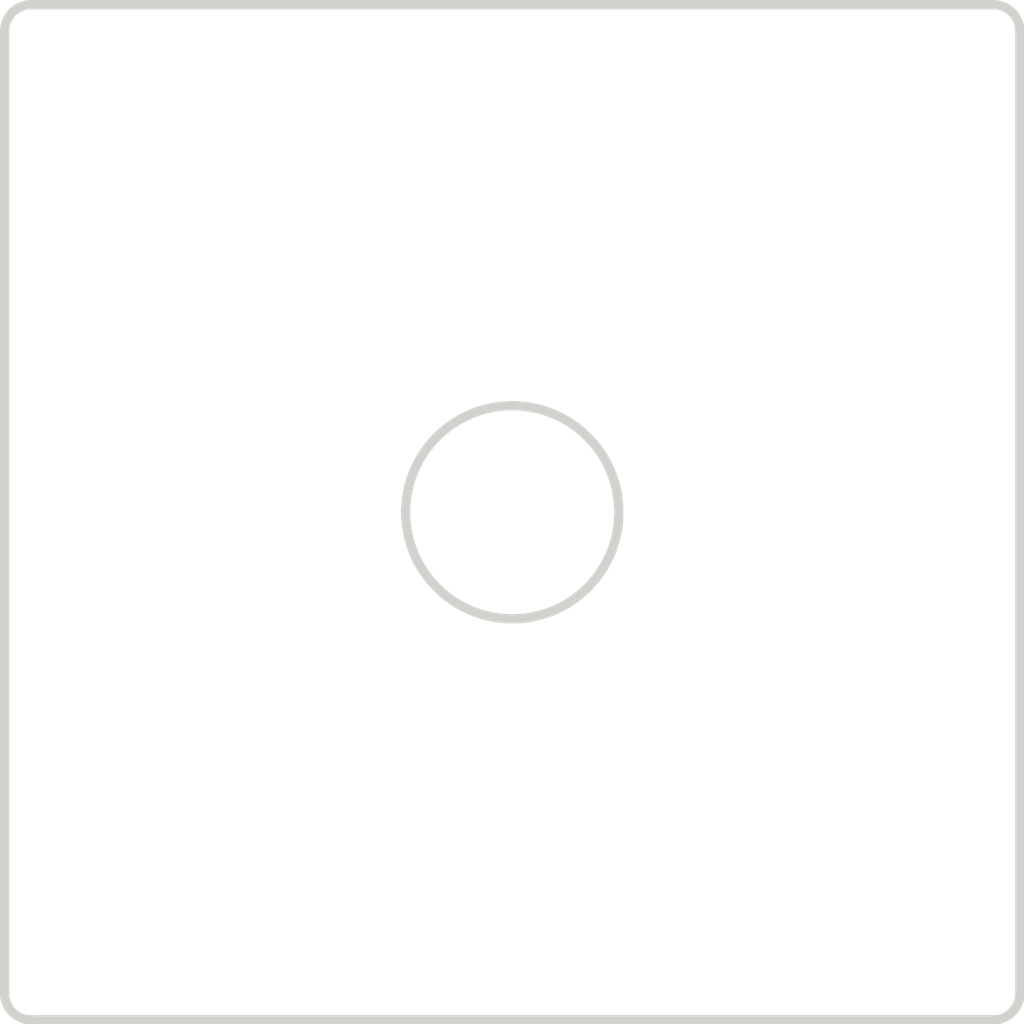
<source format=kicad_pcb>
(kicad_pcb (version 20221018) (generator pcbnew)
  (layers (0 "F.Cu" signal) (31 "B.Cu" signal) (34 "B.Paste" user) (35 "F.Paste" user) (36 "B.SilkS" user "B.Silkscreen") (37 "F.SilkS" user "F.Silkscreen") (38 "B.Mask" user) (39 "F.Mask" user) (44 "Edge.Cuts" user))
  (net 0 "")
  (footprint "" (layer "F.Cu") (at 149.22498 115.09373)
    (fp_text reference "" (at 0 0) (layer "F.SilkS") (effects (font (size 1.27 1.27))))
    (fp_text value "" (at 0 0) (layer "F.SilkS") (effects (font (size 1.27 1.27))))
    (pad "" np_thru_hole circle (at 0 0) (size 2.4 2.4) (drill 2.4) (layers "F&B.Cu" "*.Mask"))
  )
  (footprint "" (layer "F.Cu") (at 149.22498 84.93127)
    (fp_text reference "" (at 0 0) (layer "F.SilkS") (effects (font (size 1.27 1.27))))
    (fp_text value "" (at 0 0) (layer "F.SilkS") (effects (font (size 1.27 1.27))))
    (pad "" np_thru_hole circle (at 0 0) (size 2.4 2.4) (drill 2.4) (layers "F&B.Cu" "*.Mask"))
  )
  (footprint "" (layer "F.Cu") (at 119.062521 84.931269)
    (fp_text reference "" (at 0 0) (layer "F.SilkS") (effects (font (size 1.27 1.27))))
    (fp_text value "" (at 0 0) (layer "F.SilkS") (effects (font (size 1.27 1.27))))
    (pad "" np_thru_hole circle (at 0 0) (size 2.4 2.4) (drill 2.4) (layers "F&B.Cu" "*.Mask"))
  )
  (footprint "" (layer "F.Cu") (at 119.06252 115.093729)
    (fp_text reference "" (at 0 0) (layer "F.SilkS") (effects (font (size 1.27 1.27))))
    (fp_text value "" (at 0 0) (layer "F.SilkS") (effects (font (size 1.27 1.27))))
    (pad "" np_thru_hole circle (at 0 0) (size 2.4 2.4) (drill 2.4) (layers "F&B.Cu" "*.Mask"))
  )
  (gr_curve (pts (xy 153.19375 118.071194) (xy 153.19375 118.618677) (xy 152.749928 119.0625) (xy 152.202445 119.0625)) (stroke (width 0.35)) (layer "Edge.Cuts"))
  (gr_line (start 116.085056 80.9625) (end 152.202445 80.9625) (stroke (width 0.35)) (layer "Edge.Cuts"))
  (gr_line (start 152.202445 119.0625) (end 116.085056 119.0625) (stroke (width 0.35)) (layer "Edge.Cuts"))
  (gr_line (start 115.09375 118.071194) (end 115.09375 81.953805) (stroke (width 0.35)) (layer "Edge.Cuts"))
  (gr_curve (pts (xy 116.085056 119.0625) (xy 115.537573 119.0625) (xy 115.09375 118.618677) (xy 115.09375 118.071194)) (stroke (width 0.35)) (layer "Edge.Cuts"))
  (gr_curve (pts (xy 115.09375 81.953805) (xy 115.09375 81.406322) (xy 115.537573 80.9625) (xy 116.085056 80.9625)) (stroke (width 0.35)) (layer "Edge.Cuts"))
  (gr_curve (pts (xy 152.202445 80.9625) (xy 152.749928 80.9625) (xy 153.19375 81.406322) (xy 153.19375 81.953805)) (stroke (width 0.35)) (layer "Edge.Cuts"))
  (gr_circle (center 134.14375 100.0125) (end 138.14375 100.0125) (stroke (width 0.35)) (fill none) (layer "Edge.Cuts"))
  (gr_line (start 153.19375 81.953805) (end 153.19375 118.071194) (stroke (width 0.35)) (layer "Edge.Cuts"))
)
</source>
